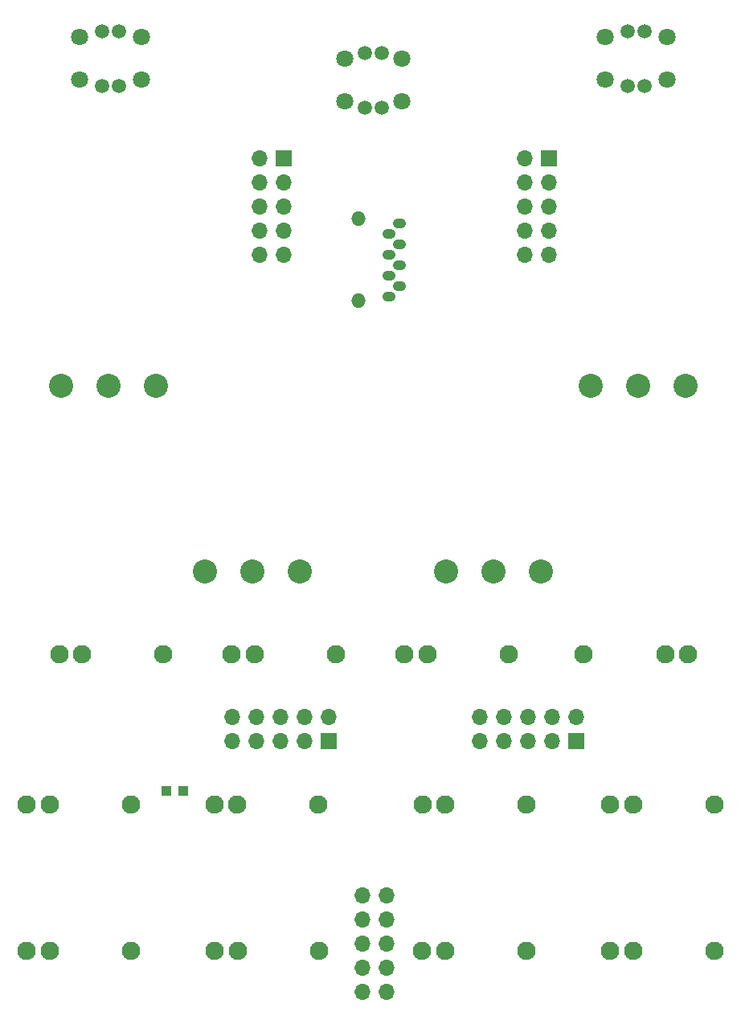
<source format=gbr>
G04 #@! TF.GenerationSoftware,KiCad,Pcbnew,7.0.1-0*
G04 #@! TF.CreationDate,2023-03-29T13:01:15-07:00*
G04 #@! TF.ProjectId,Kit-Trig-Sampler,4b69742d-5472-4696-972d-53616d706c65,rev?*
G04 #@! TF.SameCoordinates,PXb71b00PY73f50f0*
G04 #@! TF.FileFunction,Soldermask,Bot*
G04 #@! TF.FilePolarity,Negative*
%FSLAX46Y46*%
G04 Gerber Fmt 4.6, Leading zero omitted, Abs format (unit mm)*
G04 Created by KiCad (PCBNEW 7.0.1-0) date 2023-03-29 13:01:15*
%MOMM*%
%LPD*%
G01*
G04 APERTURE LIST*
%ADD10R,1.700000X1.700000*%
%ADD11O,1.700000X1.700000*%
%ADD12C,1.930400*%
%ADD13C,1.800000*%
%ADD14C,1.500000*%
%ADD15O,1.397000X1.092200*%
%ADD16O,1.524000X1.524000*%
%ADD17C,2.540000*%
%ADD18R,1.000000X1.000000*%
G04 APERTURE END LIST*
D10*
G04 #@! TO.C,JC1*
X34351978Y30026200D03*
D11*
X34351978Y32566200D03*
X31811978Y30026200D03*
X31811978Y32566200D03*
X29271978Y30026200D03*
X29271978Y32566200D03*
X26731978Y30026200D03*
X26731978Y32566200D03*
X24191978Y30026200D03*
X24191978Y32566200D03*
G04 #@! TD*
G04 #@! TO.C,J14*
X37830000Y13770000D03*
X40370000Y13770000D03*
X37830000Y11230000D03*
X40370000Y11230000D03*
X37830000Y8690000D03*
X40370000Y8690000D03*
X37830000Y6150000D03*
X40370000Y6150000D03*
X37830000Y3610000D03*
X40370000Y3610000D03*
G04 #@! TD*
D10*
G04 #@! TO.C,JA1*
X57542000Y91376192D03*
D11*
X55002000Y91376192D03*
X57542000Y88836192D03*
X55002000Y88836192D03*
X57542000Y86296192D03*
X55002000Y86296192D03*
X57542000Y83756192D03*
X55002000Y83756192D03*
X57542000Y81216192D03*
X55002000Y81216192D03*
G04 #@! TD*
D10*
G04 #@! TO.C,JB1*
X60352002Y30026200D03*
D11*
X60352002Y32566200D03*
X57812002Y30026200D03*
X57812002Y32566200D03*
X55272002Y30026200D03*
X55272002Y32566200D03*
X52732002Y30026200D03*
X52732002Y32566200D03*
X50192002Y30026200D03*
X50192002Y32566200D03*
G04 #@! TD*
D10*
G04 #@! TO.C,JD1*
X29541980Y91376192D03*
D11*
X27001980Y91376192D03*
X29541980Y88836192D03*
X27001980Y88836192D03*
X29541980Y86296192D03*
X27001980Y86296192D03*
X29541980Y83756192D03*
X27001980Y83756192D03*
X29541980Y81216192D03*
X27001980Y81216192D03*
G04 #@! TD*
D12*
G04 #@! TO.C,J10*
X55164000Y23332764D03*
X44191200Y23332764D03*
X46604200Y23332764D03*
G04 #@! TD*
D13*
G04 #@! TO.C,Bank_But1*
X69950000Y104132764D03*
X63450000Y104132764D03*
X69950000Y99632764D03*
X63450000Y99632764D03*
D14*
X67600000Y104782764D03*
X65800000Y104782764D03*
X65800000Y98982764D03*
X67600000Y98982764D03*
G04 #@! TD*
D15*
G04 #@! TO.C,SD1*
X40630000Y76850249D03*
X41729820Y77950069D03*
X40630000Y79050143D03*
X41729820Y80149963D03*
X40630000Y81250037D03*
X41729820Y82349857D03*
X40630000Y83449931D03*
X41729820Y84549751D03*
D16*
X37460080Y76407400D03*
X37460080Y84992600D03*
G04 #@! TD*
D17*
G04 #@! TO.C,POT_LENGTH1*
X31300000Y47866000D03*
X26300000Y47866000D03*
X21300000Y47866000D03*
G04 #@! TD*
D12*
G04 #@! TO.C,J2*
X35057000Y39132764D03*
X24084200Y39132764D03*
X26497200Y39132764D03*
G04 #@! TD*
D17*
G04 #@! TO.C,POT_PITCH1*
X71900000Y67453764D03*
X66900000Y67453764D03*
X61900000Y67453764D03*
G04 #@! TD*
D12*
G04 #@! TO.C,J7*
X33277000Y7907764D03*
X22304200Y7907764D03*
X24717200Y7907764D03*
G04 #@! TD*
G04 #@! TO.C,J6*
X13482000Y23332764D03*
X2509200Y23332764D03*
X4922200Y23332764D03*
G04 #@! TD*
G04 #@! TO.C,J4*
X61193000Y39132764D03*
X72165800Y39132764D03*
X69752800Y39132764D03*
G04 #@! TD*
D13*
G04 #@! TO.C,REV_BUT1*
X14550000Y104132764D03*
X8050000Y104132764D03*
X14550000Y99632764D03*
X8050000Y99632764D03*
D14*
X12200000Y104782764D03*
X10400000Y104782764D03*
X10400000Y98982764D03*
X12200000Y98982764D03*
G04 #@! TD*
D12*
G04 #@! TO.C,J5*
X13482000Y7907764D03*
X2509200Y7907764D03*
X4922200Y7907764D03*
G04 #@! TD*
G04 #@! TO.C,J9*
X55137000Y7907764D03*
X44164200Y7907764D03*
X46577200Y7907764D03*
G04 #@! TD*
G04 #@! TO.C,J8*
X74932000Y23332764D03*
X63959200Y23332764D03*
X66372200Y23332764D03*
G04 #@! TD*
G04 #@! TO.C,J1*
X53282000Y39132764D03*
X42309200Y39132764D03*
X44722200Y39132764D03*
G04 #@! TD*
G04 #@! TO.C,J11*
X74932000Y7907764D03*
X63959200Y7907764D03*
X66372200Y7907764D03*
G04 #@! TD*
D18*
G04 #@! TO.C,R20*
X17250000Y24760000D03*
X18950000Y24760000D03*
G04 #@! TD*
D12*
G04 #@! TO.C,J13*
X33250000Y23332764D03*
X22277200Y23332764D03*
X24690200Y23332764D03*
G04 #@! TD*
D17*
G04 #@! TO.C,POT_START1*
X56700000Y47821681D03*
X51700000Y47821681D03*
X46700000Y47821681D03*
G04 #@! TD*
D13*
G04 #@! TO.C,PLAY_BUT1*
X41996000Y101857764D03*
X36004000Y101857764D03*
X41996000Y97357764D03*
X36004000Y97357764D03*
D14*
X39900000Y102507764D03*
X38100000Y102507764D03*
X38100000Y96707764D03*
X39900000Y96707764D03*
G04 #@! TD*
D17*
G04 #@! TO.C,POT_SAMP1*
X16100000Y67453764D03*
X11100000Y67453764D03*
X6100000Y67453764D03*
G04 #@! TD*
D12*
G04 #@! TO.C,J3*
X16882000Y39132764D03*
X5909200Y39132764D03*
X8322200Y39132764D03*
G04 #@! TD*
M02*

</source>
